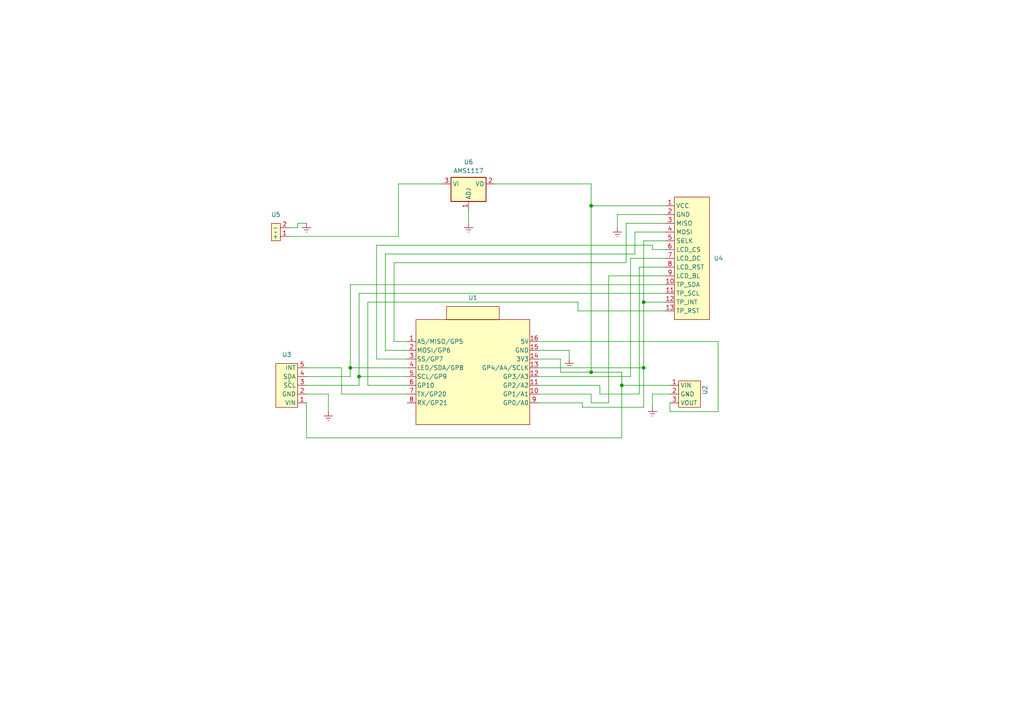
<source format=kicad_sch>
(kicad_sch (version 20230121) (generator eeschema)
  (paper "A4")
  (lib_symbols
    (symbol "Regulator_Linear:AMS1117"
      (property "Reference" "U" (at -3.81 3.175 0))
      (property "Value" "AMS1117" (at 0 3.175 0))
      (symbol "AMS1117_0_1"
        (rectangle (start -5.08 -5.08) (end 5.08 1.905) (stroke (width 0.254)) (fill (type background)))
      )
      (symbol "AMS1117_1_1"
        (pin input line (at 0 -7.62 90) (length 2.54) (name "ADJ") (number "1"))
        (pin power_out line (at 7.62 0 180) (length 2.54) (name "VO") (number "2"))
        (pin power_in line (at -7.62 0 0) (length 2.54) (name "VI") (number "3"))
      )
    )
    (symbol "dpit:BatPads"
      (property "Reference" "U" (at 0 3.81 0))
      (symbol "BatPads_1_1"
        (rectangle (start -1.27 2.54) (end 1.27 -2.54) (fill (type background)))
        (pin bidirectional line (at -3.81 1.27 0) (length 2.54) (name "+") (number "1"))
        (pin bidirectional line (at -3.81 -1.27 0) (length 2.54) (name "-") (number "2"))
      )
    )
    (symbol "dpit:Boost_Regulator"
      (property "Reference" "U" (at 0 5.08 0))
      (symbol "Boost_Regulator_1_1"
        (rectangle (start -3.81 3.81) (end 3.81 -2.54) (fill (type background)))
        (pin input line (at -2.54 -5.08 90) (length 2.54) (name "VIN") (number "1"))
        (pin bidirectional line (at 0 -5.08 90) (length 2.54) (name "GND") (number "2"))
        (pin output line (at 2.54 -5.08 90) (length 2.54) (name "VOUT") (number "3"))
      )
    )
    (symbol "dpit:ESP32-C3-SUPERMINI" (pin_names (offset 0.254))
      (property "Reference" "U" (at 0 -13.97 0))
      (symbol "ESP32-C3-SUPERMINI_1_1"
        (rectangle (start -16.51 15.24) (end 16.51 -15.24) (fill (type background)))
        (rectangle (start -7.62 19.05) (end 7.62 15.24) (fill (type color) (color 255 255 194 1)))
        (pin bidirectional line (at -19.05 8.89 0) (length 2.54) (name "A5/MISO/GP5") (number "1"))
        (pin bidirectional line (at 19.05 -6.35 180) (length 2.54) (name "GP1/A1") (number "10"))
        (pin bidirectional line (at 19.05 -3.81 180) (length 2.54) (name "GP2/A2") (number "11"))
        (pin bidirectional line (at 19.05 -1.27 180) (length 2.54) (name "GP3/A3") (number "12"))
        (pin bidirectional line (at 19.05 1.27 180) (length 2.54) (name "GP4/A4/SCLK") (number "13"))
        (pin power_in line (at 19.05 3.81 180) (length 2.54) (name "3V3") (number "14"))
        (pin power_in line (at 19.05 6.35 180) (length 2.54) (name "GND") (number "15"))
        (pin power_in line (at 19.05 8.89 180) (length 2.54) (name "5V") (number "16"))
        (pin bidirectional line (at -19.05 6.35 0) (length 2.54) (name "MOSI/GP6") (number "2"))
        (pin bidirectional line (at -19.05 3.81 0) (length 2.54) (name "SS/GP7") (number "3"))
        (pin bidirectional line (at -19.05 1.27 0) (length 2.54) (name "LED/SDA/GP8") (number "4"))
        (pin bidirectional line (at -19.05 -1.27 0) (length 2.54) (name "SCL/GP9") (number "5"))
        (pin bidirectional line (at -19.05 -3.81 0) (length 2.54) (name "GP10") (number "6"))
        (pin bidirectional line (at -19.05 -6.35 0) (length 2.54) (name "TX/GP20") (number "7"))
        (pin bidirectional line (at -19.05 -8.89 0) (length 2.54) (name "RX/GP21") (number "8"))
        (pin bidirectional line (at 19.05 -8.89 180) (length 2.54) (name "GP0/A0") (number "9"))
      )
    )
    (symbol "dpit:PulseOxiMeter"
      (property "Reference" "U" (at 0 3.81 0))
      (symbol "PulseOxiMeter_1_1"
        (rectangle (start -6.35 2.54) (end 6.35 -3.81) (fill (type background)))
        (pin power_in line (at -5.08 -6.35 90) (length 2.54) (name "VIN") (number "1"))
        (pin power_in line (at -2.54 -6.35 90) (length 2.54) (name "GND") (number "2"))
        (pin input line (at 0 -6.35 90) (length 2.54) (name "SCL") (number "3"))
        (pin bidirectional line (at 2.54 -6.35 90) (length 2.54) (name "SDA") (number "4"))
        (pin output line (at 5.08 -6.35 90) (length 2.54) (name "INT") (number "5"))
      )
    )
    (symbol "dpit:RoundLCDModule"
      (property "Reference" "U" (at 0 13.97 0))
      (symbol "RoundLCDModule_1_1"
        (rectangle (start -5.08 12.7) (end 5.08 -22.86) (fill (type background)))
        (pin power_in line (at -7.62 10.16 0) (length 2.54) (name "VCC") (number "1"))
        (pin bidirectional line (at -7.62 -12.7 0) (length 2.54) (name "TP_SDA") (number "10"))
        (pin input line (at -7.62 -15.24 0) (length 2.54) (name "TP_SCL") (number "11"))
        (pin output line (at -7.62 -17.78 0) (length 2.54) (name "TP_INT") (number "12"))
        (pin input line (at -7.62 -20.32 0) (length 2.54) (name "TP_RST") (number "13"))
        (pin power_in line (at -7.62 7.62 0) (length 2.54) (name "GND") (number "2"))
        (pin output line (at -7.62 5.08 0) (length 2.54) (name "MISO") (number "3"))
        (pin input line (at -7.62 2.54 0) (length 2.54) (name "MOSI") (number "4"))
        (pin input line (at -7.62 0 0) (length 2.54) (name "SCLK") (number "5"))
        (pin input line (at -7.62 -2.54 0) (length 2.54) (name "LCD_CS") (number "6"))
        (pin input line (at -7.62 -5.08 0) (length 2.54) (name "LCD_DC") (number "7"))
        (pin input line (at -7.62 -7.62 0) (length 2.54) (name "LCD_RST") (number "8"))
        (pin input line (at -7.62 -10.16 0) (length 2.54) (name "LCD_BL") (number "9"))
      )
    )
    (symbol "power:Earth" (power) (pin_names (offset 0))
      (symbol "Earth_0_1"
        (polyline (pts (xy -0.635 -1.905) (xy 0.635 -1.905)))
        (polyline (pts (xy -0.127 -2.54) (xy 0.127 -2.54)))
        (polyline (pts (xy 0 -1.27) (xy 0 0)))
        (polyline (pts (xy 1.27 -1.27) (xy -1.27 -1.27)))
      )
      (symbol "Earth_1_1"
        (pin power_in line (at 0 0 270) (length 0) hide (name "Earth") (number "1"))
      )
    )
  )
  (junction (at 186.69 87.63))
  (junction (at 171.45 107.95))
  (junction (at 171.45 59.69))
  (junction (at 101.6 106.68))
  (junction (at 180.34 111.76))
  (junction (at 104.14 109.22))
  (junction (at 186.69 106.68))
  (wire (pts (xy 186.69 87.63) (xy 186.69 106.68)))
  (wire (pts (xy 109.22 104.14) (xy 118.11 104.14)))
  (wire (pts (xy 115.57 68.58) (xy 115.57 53.34)))
  (wire (pts (xy 88.9 109.22) (xy 101.6 109.22)))
  (wire (pts (xy 135.89 60.96) (xy 135.89 64.77)))
  (wire (pts (xy 173.99 114.3) (xy 173.99 111.76)))
  (wire (pts (xy 193.04 74.93) (xy 182.88 74.93)))
  (wire (pts (xy 171.45 107.95) (xy 171.45 59.69)))
  (wire (pts (xy 180.34 111.76) (xy 180.34 107.95)))
  (wire (pts (xy 101.6 109.22) (xy 101.6 106.68)))
  (wire (pts (xy 186.69 69.85) (xy 186.69 87.63)))
  (wire (pts (xy 180.34 127) (xy 180.34 111.76)))
  (wire (pts (xy 86.36 64.77) (xy 88.9 64.77)))
  (wire (pts (xy 194.31 119.38) (xy 208.28 119.38)))
  (wire (pts (xy 171.45 114.3) (xy 156.21 114.3)))
  (wire (pts (xy 176.53 80.01) (xy 176.53 116.84)))
  (wire (pts (xy 143.51 53.34) (xy 171.45 53.34)))
  (wire (pts (xy 176.53 116.84) (xy 171.45 116.84)))
  (wire (pts (xy 180.34 107.95) (xy 171.45 107.95)))
  (wire (pts (xy 167.64 90.17) (xy 167.64 87.63)))
  (wire (pts (xy 171.45 53.34) (xy 171.45 59.69)))
  (wire (pts (xy 194.31 114.3) (xy 189.23 114.3)))
  (wire (pts (xy 88.9 106.68) (xy 99.06 106.68)))
  (wire (pts (xy 95.25 114.3) (xy 88.9 114.3)))
  (wire (pts (xy 99.06 114.3) (xy 118.11 114.3)))
  (wire (pts (xy 95.25 119.38) (xy 95.25 114.3)))
  (wire (pts (xy 185.42 77.47) (xy 185.42 114.3)))
  (wire (pts (xy 193.04 87.63) (xy 186.69 87.63)))
  (wire (pts (xy 101.6 82.55) (xy 101.6 106.68)))
  (wire (pts (xy 185.42 114.3) (xy 173.99 114.3)))
  (wire (pts (xy 182.88 109.22) (xy 156.21 109.22)))
  (wire (pts (xy 208.28 119.38) (xy 208.28 99.06)))
  (wire (pts (xy 115.57 53.34) (xy 128.27 53.34)))
  (wire (pts (xy 193.04 80.01) (xy 176.53 80.01)))
  (wire (pts (xy 171.45 116.84) (xy 171.45 114.3)))
  (wire (pts (xy 168.91 118.11) (xy 168.91 116.84)))
  (wire (pts (xy 193.04 62.23) (xy 179.07 62.23)))
  (wire (pts (xy 193.04 64.77) (xy 181.61 64.77)))
  (wire (pts (xy 111.76 101.6) (xy 118.11 101.6)))
  (wire (pts (xy 104.14 85.09) (xy 104.14 109.22)))
  (wire (pts (xy 101.6 106.68) (xy 118.11 106.68)))
  (wire (pts (xy 208.28 99.06) (xy 156.21 99.06)))
  (wire (pts (xy 114.3 99.06) (xy 118.11 99.06)))
  (wire (pts (xy 111.76 73.66) (xy 111.76 101.6)))
  (wire (pts (xy 86.36 66.04) (xy 86.36 64.77)))
  (wire (pts (xy 186.69 106.68) (xy 156.21 106.68)))
  (wire (pts (xy 165.1 104.14) (xy 165.1 101.6)))
  (wire (pts (xy 181.61 76.2) (xy 114.3 76.2)))
  (wire (pts (xy 184.15 67.31) (xy 184.15 73.66)))
  (wire (pts (xy 179.07 62.23) (xy 179.07 66.04)))
  (wire (pts (xy 83.82 66.04) (xy 86.36 66.04)))
  (wire (pts (xy 193.04 77.47) (xy 185.42 77.47)))
  (wire (pts (xy 193.04 90.17) (xy 167.64 90.17)))
  (wire (pts (xy 193.04 82.55) (xy 101.6 82.55)))
  (wire (pts (xy 88.9 127) (xy 180.34 127)))
  (wire (pts (xy 194.31 111.76) (xy 180.34 111.76)))
  (wire (pts (xy 193.04 67.31) (xy 184.15 67.31)))
  (wire (pts (xy 156.21 104.14) (xy 162.56 104.14)))
  (wire (pts (xy 106.68 87.63) (xy 106.68 111.76)))
  (wire (pts (xy 186.69 106.68) (xy 186.69 118.11)))
  (wire (pts (xy 114.3 76.2) (xy 114.3 99.06)))
  (wire (pts (xy 173.99 111.76) (xy 156.21 111.76)))
  (wire (pts (xy 193.04 69.85) (xy 186.69 69.85)))
  (wire (pts (xy 189.23 114.3) (xy 189.23 118.11)))
  (wire (pts (xy 193.04 72.39) (xy 189.23 72.39)))
  (wire (pts (xy 189.23 72.39) (xy 189.23 71.12)))
  (wire (pts (xy 167.64 87.63) (xy 106.68 87.63)))
  (wire (pts (xy 99.06 106.68) (xy 99.06 114.3)))
  (wire (pts (xy 186.69 118.11) (xy 168.91 118.11)))
  (wire (pts (xy 162.56 107.95) (xy 171.45 107.95)))
  (wire (pts (xy 106.68 111.76) (xy 118.11 111.76)))
  (wire (pts (xy 181.61 64.77) (xy 181.61 76.2)))
  (wire (pts (xy 162.56 104.14) (xy 162.56 107.95)))
  (wire (pts (xy 171.45 59.69) (xy 193.04 59.69)))
  (wire (pts (xy 194.31 116.84) (xy 194.31 119.38)))
  (wire (pts (xy 193.04 85.09) (xy 104.14 85.09)))
  (wire (pts (xy 109.22 71.12) (xy 109.22 104.14)))
  (wire (pts (xy 104.14 111.76) (xy 104.14 109.22)))
  (wire (pts (xy 184.15 73.66) (xy 111.76 73.66)))
  (wire (pts (xy 88.9 116.84) (xy 88.9 127)))
  (wire (pts (xy 88.9 111.76) (xy 104.14 111.76)))
  (wire (pts (xy 104.14 109.22) (xy 118.11 109.22)))
  (wire (pts (xy 182.88 74.93) (xy 182.88 109.22)))
  (wire (pts (xy 168.91 116.84) (xy 156.21 116.84)))
  (wire (pts (xy 165.1 101.6) (xy 156.21 101.6)))
  (wire (pts (xy 189.23 71.12) (xy 109.22 71.12)))
  (wire (pts (xy 83.82 68.58) (xy 115.57 68.58)))
  (symbol (lib_id "power:Earth") (at 165.1 104.14 0) (unit 1)
    (property "Reference" "#PWR03" (effects hide))
    (property "Value" "Earth" (effects hide))
  )
  (symbol (lib_id "power:Earth") (at 95.25 119.38 0) (unit 1)
    (property "Reference" "#PWR02" (effects hide))
    (property "Value" "Earth" (effects hide))
  )
  (symbol (lib_id "dpit:RoundLCDModule") (at 200.66 69.85 0) (unit 1)
    (property "Reference" "U4" (at 207.01 74.93 0) (effects (justify left)))
    (property "Value" "~" (at 198.12 69.85 0))
    (property "Footprint" "dpit:Round LCD" (effects hide))
  )
  (symbol (lib_id "dpit:ESP32-C3-SUPERMINI") (at 137.16 107.95 0) (unit 1)
    (property "Reference" "U1" (at 137.16 86.36 0))
    (property "Footprint" "dpit:ESP32-C3-SUPERMINI-FP" (effects hide))
  )
  (symbol (lib_id "power:Earth") (at 135.89 64.77 0) (unit 1)
    (property "Reference" "#PWR06" (effects hide))
    (property "Value" "Earth" (effects hide))
  )
  (symbol (lib_id "power:Earth") (at 189.23 118.11 0) (unit 1)
    (property "Reference" "#PWR04" (effects hide))
    (property "Value" "Earth" (effects hide))
  )
  (symbol (lib_id "power:Earth") (at 88.9 64.77 0) (unit 1)
    (property "Reference" "#PWR01" (effects hide))
    (property "Value" "Earth" (effects hide))
  )
  (symbol (lib_id "dpit:PulseOxiMeter") (at 82.55 111.76 90) (unit 1)
    (property "Reference" "U3" (at 83.185 102.87 90))
    (property "Value" "~" (at 83.82 110.49 0))
    (property "Footprint" "dpit:PulseOxiMeter-FP" (effects hide))
  )
  (symbol (lib_id "power:Earth") (at 179.07 66.04 0) (unit 1)
    (property "Reference" "#PWR05" (effects hide))
    (property "Value" "Earth" (effects hide))
  )
  (symbol (lib_id "Regulator_Linear:AMS1117") (at 135.89 53.34 0) (unit 1)
    (property "Reference" "U6" (at 135.89 46.99 0))
    (property "Value" "AMS1117" (at 135.89 49.53 0))
    (property "Footprint" "Package_TO_SOT_SMD:SOT-223-3_TabPin2" (effects hide))
    (property "Datasheet" "http://www.advanced-monolithic.com/pdf/ds1117.pdf" (effects hide))
  )
  (symbol (lib_id "dpit:Boost_Regulator") (at 199.39 114.3 270) (unit 1)
    (property "Reference" "U2" (at 204.47 111.76 0) (effects (justify left)))
    (property "Value" "~" (at 199.39 114.3 0))
    (property "Footprint" "dpit:Boost_Regulator_FP" (effects hide))
  )
  (symbol (lib_id "dpit:BatPads") (at 80.01 67.31 180) (unit 1)
    (property "Reference" "U5" (at 80.01 62.23 0))
    (property "Value" "~" (at 80.01 67.31 0))
    (property "Footprint" "dpit:BatPads_FP" (effects hide))
  )
)
</source>
